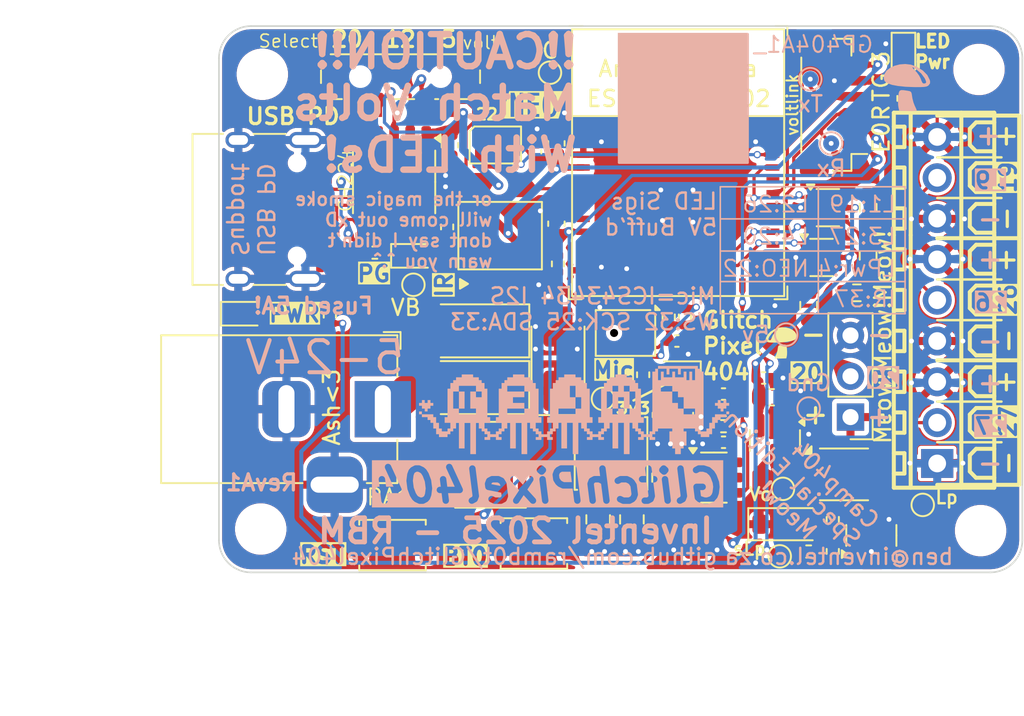
<source format=kicad_pcb>
(kicad_pcb (version 20241229) (generator "pcbnew") (generator_version "9.0")
  (layers (0 "F.Cu" signal) (2 "B.Cu" signal) (13 "F.Paste" user) (15 "B.Paste" user) (5 "F.SilkS" user "F.Silkscreen") (7 "B.SilkS" user "B.Silkscreen") (1 "F.Mask" user) (3 "B.Mask" user) (25 "Edge.Cuts" user))
  (property "PCB_Revision" "A1")
  (net 0 "")
  (net 1 "GND")
  (net 2 "/EN")
  (net 3 "+3.3V")
  (net 4 "/RXD")
  (net 5 "/IO0")
  (net 6 "/TXD")
  (net 7 "S4")
  (net 8 "S1")
  (net 9 "S3")
  (net 10 "S2")
  (net 11 "/CFG3")
  (net 12 "/CFG2")
  (net 13 "L1")
  (net 14 "L2")
  (net 15 "LED_PWR")
  (net 16 "L4")
  (net 17 "L3")
  (net 18 "+5V")
  (net 19 "VCC")
  (net 20 "SLPwr")
  (net 21 "/VDC")
  (net 22 "VBUS")
  (net 23 "MIC_SDA")
  (net 24 "MIC_WS")
  (net 25 "MIC_SCK")
  (net 27 "Net-(D6-A)")
  (net 30 "Net-(U6-1Y)")
  (net 31 "Net-(U7-1Y)")
  (net 32 "Net-(U6-2Y)")
  (net 33 "Net-(U7-2Y)")
  (net 42 "IR_Rec")
  (net 44 "/sw")
  (net 45 "/bst")
  (net 46 "/fb")
  (net 47 "/Vcmb")
  (net 48 "/lvddpwr")
  (net 49 "/Vg")
  (net 50 "/llpwr")
  (net 51 "/CC1")
  (net 52 "/D+")
  (net 53 "/CC2")
  (net 54 "/D-")
  (net 55 "/Vc")
  (net 56 "/Vb")
  (net 57 "/chVbus")
  (net 58 "/CFG1")
  (net 59 "/PG")
  (net 60 "Net-(D8-A)")
  (net 65 "NEO_OB")
  (footprint "Capacitor_SMD:C_0402_1005Metric" (layer "F.Cu") (at 131.4 88.9)
    (property "Reference" "C8" (hide yes))
    (property "Value" "47pF")
  )
  (footprint "LED_SMD:LED_0603_1608Metric" (layer "F.Cu") (at 112.2 80.3)
    (property "Reference" "D4" (hide yes))
    (property "Value" "Red")
  )
  (footprint "TestPoint:TestPoint_Pad_D1.0mm" (layer "F.Cu") (at 134.9 99)
    (property "Reference" "TPr8" (hide yes))
    (property "Value" "SLPwr")
  )
  (footprint "Connector_BarrelJack:BarrelJack_Horizontal" (layer "F.Cu") (at 110.2 89.8425)
    (property "Reference" "J1" (hide yes))
    (property "Value" "Barrel_Jack_Switch")
  )
  (footprint "Capacitor_SMD:C_0805_2012Metric" (layer "F.Cu") (at 129.7 97.7 -90)
    (property "Reference" "C14" (hide yes))
    (property "Value" "22uF/25V")
  )
  (footprint "Resistor_SMD:R_0402_1005Metric" (layer "F.Cu") (at 126.4 87.7 90)
    (property "Reference" "R4" (hide yes))
    (property "Value" "10k" (hide yes))
  )
  (footprint "Capacitor_SMD:C_0402_1005Metric" (layer "F.Cu") (at 131.4 91.9 180)
    (property "Reference" "C7" (hide yes))
    (property "Value" "100nF")
  )
  (footprint "Package_TO_SOT_SMD:SOT-363_SC-70-6" (layer "F.Cu") (at 137.5 80.4)
    (property "Reference" "U7" (hide yes))
    (property "Value" "74LVC2G34")
  )
  (footprint "Capacitor_SMD:C_0603_1608Metric" (layer "F.Cu") (at 129 90.2 -90)
    (property "Reference" "C10" (hide yes))
    (property "Value" "22uF/6.3V")
  )
  (footprint "Fiducial:Fiducial_1mm_Mask2mm" (layer "F.Cu") (at 144.5 69.8)
    (property "Reference" "FID2" (hide yes))
    (property "Value" "Fiducial")
  )
  (footprint "TestPoint:TestPoint_Pad_D1.0mm" (layer "F.Cu") (at 123.9 89.2)
    (property "Reference" "TPr3" (hide yes))
    (property "Value" "3v3")
  )
  (footprint "Resistor_SMD:R_0402_1005Metric" (layer "F.Cu") (at 121.1 80.8 90)
    (property "Reference" "R1" (hide yes))
    (property "Value" "10k")
  )
  (footprint "Diode_SMD:D_SOD-123" (layer "F.Cu") (at 135.3 97)
    (property "Reference" "D7" (hide yes))
    (property "Value" "10V")
  )
  (footprint "Inventel:CONN-TH_9P-P2.54_MX128-2.54-09P-GN01-CU-Y-A" (layer "F.Cu") (at 144.7 83.06 90)
    (property "Reference" "J5" (hide yes))
    (property "Value" "Output" (hide yes))
  )
  (footprint "Capacitor_SMD:C_0805_2012Metric" (layer "F.Cu") (at 125.7 96.7 -90)
    (property "Reference" "C1" (hide yes))
    (property "Value" "22uF/25V")
  )
  (footprint "Capacitor_SMD:C_0402_1005Metric" (layer "F.Cu") (at 133.9 87.9)
    (property "Reference" "C16" (hide yes))
    (property "Value" "100nF")
  )
  (footprint "Package_SO:SSOP-10-1EP_3.9x4.9mm_P1mm_EP2.1x3.3mm" (layer "F.Cu") (at 110.9 75.7 -90)
    (property "Reference" "U1" (hide yes))
    (property "Value" "CH224K")
  )
  (footprint "kibuzzard-67E14B7B" (layer "F.Cu") (at 119.6 70.9)
    (property "Reference" "kibuzzard-67E14B7B" (hide yes))
    (property "Value" "G***" (hide yes))
  )
  (footprint "Package_TO_SOT_SMD:SOT-363_SC-70-6" (layer "F.Cu") (at 137.9 77.3)
    (property "Reference" "U6" (hide yes))
    (property "Value" "74LVC2G34")
  )
  (footprint "Button_Switch_SMD:SW_SP3T_PCM13" (layer "F.Cu") (at 111.3 69.475 180)
    (property "Reference" "SW3" (hide yes))
    (property "Value" "SW_SP3T")
  )
  (footprint "Button_Switch_SMD:SW_Push_SPST_NO_Alps_SKRK" (layer "F.Cu") (at 119.6 98.2 180)
    (property "Reference" "SW2" (hide yes))
    (property "Value" "Boot")
  )
  (footprint "Capacitor_SMD:C_0603_1608Metric" (layer "F.Cu") (at 134.4 89.1)
    (property "Reference" "C15" (hide yes))
    (property "Value" "22uF/6.3V")
  )
  (footprint "OptoDevice:Everlight_IRM-H6xxT" (layer "F.Cu") (at 117.497755 79.042589 90)
    (property "Reference" "U3" (hide yes))
    (property "Value" "IRM-H638T/TR2")
  )
  (footprint "Resistor_SMD:R_0402_1005Metric" (layer "F.Cu") (at 138.2 98.69204 90)
    (property "Reference" "R13" (hide yes))
    (property "Value" "10k")
  )
  (footprint "Inductor_SMD:L_Changjiang_FNR4018S" (layer "F.Cu") (at 124.4 92.6 90)
    (property "Reference" "L1" (hide yes))
    (property "Value" "10uH")
  )
  (footprint "Fuse:Fuse_2920_7451Metric" (layer "F.Cu") (at 116.9 93.3)
    (property "Reference" "F1" (hide yes))
    (property "Value" "Polyfuse 5A")
  )
  (footprint "Capacitor_SMD:C_0603_1608Metric" (layer "F.Cu") (at 114.371877 73.415685 -90)
    (property "Reference" "C6" (hide yes))
    (property "Value" "1uF")
  )
  (footprint "Diode_SMD:D_SMA" (layer "F.Cu") (at 121.1 86.7 90)
    (property "Reference" "D2" (hide yes))
    (property "Value" "SMAJ24A")
  )
  (footprint "Resistor_SMD:R_0402_1005Metric" (layer "F.Cu") (at 131.4 90.9 180)
    (property "Reference" "R6" (hide yes))
    (property "Value" "22K")
  )
  (footprint "Package_TO_SOT_SMD:SOT-23" (layer "F.Cu") (at 140.6 97.7 90)
    (property "Reference" "Q2" (hide yes))
    (property "Value" "MMBT3904")
  )
  (footprint "Button_Switch_SMD:SW_Push_SPST_NO_Alps_SKRK" (layer "F.Cu") (at 110.8 98.3)
    (property "Reference" "SW1" (hide yes))
    (property "Value" "Reset")
  )
  (footprint "Diode_SMD:D_SMA" (layer "F.Cu") (at 115.802403 84.96682 180)
    (property "Reference" "D3" (hide yes))
    (property "Value" "SS54")
  )
  (footprint "Package_DFN_QFN:DFN-8-1EP_3x3mm_P0.65mm_EP1.5x2.25mm" (layer "F.Cu") (at 138.9 93.9)
    (property "Reference" "Q1" (hide yes))
    (property "Value" "AONR21357-ES")
  )
  (footprint "Fiducial:Fiducial_1mm_Mask2mm" (layer "F.Cu") (at 143.7 98.7)
    (property "Reference" "FID3" (hide yes))
    (property "Value" "Fiducial")
  )
  (footprint "TestPoint:TestPoint_Pad_D1.0mm" (layer "F.Cu") (at 120.6 68.9)
    (property "Reference" "TPr4" (hide yes))
    (property "Value" "Gnd")
  )
  (footprint "Capacitor_SMD:C_0603_1608Metric" (layer "F.Cu") (at 121 78.3 90)
    (property "Reference" "C5" (hide yes))
    (property "Value" "1uF")
  )
  (footprint "Resistor_SMD:R_0603_1608Metric" (layer "F.Cu") (at 140.4 77.3 90)
    (property "Reference" "R14" (hide yes))
    (property "Value" "100R")
  )
  (footprint "Resistor_SMD:R_0402_1005Metric" (layer "F.Cu") (at 142.6 70.5 90)
    (property "Reference" "R9" (hide yes))
    (property "Value" "10k")
  )
  (footprint "PCM_Espressif:ESP32-PICO-MINI-02" (layer "F.Cu") (at 128.575 77.2)
    (property "Reference" "U2" (hide yes))
    (property "Value" "ESP32-PICO-MINI-02U-N8R2")
  )
  (footprint "Capacitor_SMD:C_0805_2012Metric" (layer "F.Cu") (at 127.7 94.1 90)
    (property "Reference" "C11" (hide yes))
    (property "Value" "22uF/25V")
  )
  (footprint "Package_TO_SOT_SMD:SOT-23-6" (layer "F.Cu") (at 130.8 94.1)
    (property "Reference" "U4" (hide yes))
    (property "Value" "TPS54202DDC")
  )
  (footprint "Capacitor_SMD:C_0402_1005Metric" (layer "F.Cu") (at 128.5 85.6 180)
    (property "Reference" "C12" (hide yes))
    (property "Value" "100nF")
  )
  (footprint "LED_SMD:LED_0603_1608Metric" (layer "F.Cu") (at 142.6 67.9 -90)
    (property "Reference" "D9" (hide yes))
    (property "Value" "Red")
  )
  (footprint "MountingHole:MountingHole_2.7mm_M2.5_DIN965" (layer "F.Cu") (at 147.4 97.4)
    (property "Reference" "H4" (hide yes))
    (property "Value" "M2.5")
  )
  (footprint "Connector_JST:JST_SH_BM06B-SRSS-TB_1x06-1MP_P1.00mm_Vertical" (layer "F.Cu") (at 138.25 70.9 90)
    (property "Reference" "J3" (hide yes))
    (property "Value" "VOLTLINK")
  )
  (footprint "Resistor_SMD:R_0603_1608Metric" (layer "F.Cu") (at 139.7 82.6 180)
    (property "Reference" "R15" (hide yes))
    (property "Value" "100R")
  )
  (footprint "Capacitor_SMD:C_0805_2012Metric" (layer "F.Cu") (at 123.6 96.7 -90)
    (property "Reference" "C2" (hide yes))
    (property "Value" "22uF/25V")
  )
  (footprint "Capacitor_SMD:C_0603_1608Metric" (layer "F.Cu") (at 121 73.3 90)
    (property "Reference" "C3" (hide yes))
    (property "Value" "22uF/6.3V")
  )
  (footprint "Inventel:Shroom_FSilk_2mm" (layer "F.Cu") (at 135 85.7)
    (property "Reference" "G***")
    (property "Value" "Shroom2mm" (hide yes))
  )
  (footprint "Fiducial:Fiducial_1mm_Mask2mm" (layer "F.Cu") (at 118.6 67.4)
    (property "Reference" "FID1" (hide yes))
    (property "Value" "Fiducial")
  )
  (footprint "TestPoint:TestPoint_Pad_D1.0mm" (layer "F.Cu") (at 143.8 95.8)
    (property "Reference" "TPr5" (hide yes))
    (property "Value" "LPWR")
  )
  (footprint "Resistor_SMD:R_0402_1005Metric" (layer "F.Cu") (at 109.7 80.1)
    (property "Reference" "R2" (hide yes))
    (property "Value" "10k")
  )
  (footprint "Diode_SMD:D_SMA" (layer "F.Cu") (at 115.8 88.5 180)
    (property "Reference" "D1" (hide yes))
    (property "Value" "SS54")
  )
  (footprint "Resistor_SMD:R_0402_1005Metric" (layer "F.Cu") (at 106.9 83.99 90)
    (property "Reference" "R7" (hide yes))
    (property "Value" "10k")
  )
  (footprint "MountingHole:MountingHole_2.7mm_M2.5_DIN965" (layer "F.Cu") (at 102.7 69)
    (property "Reference" "H1" (hide yes))
    (property "Value" "M2.5")
  )
  (footprint "LED_SMD:LED_0603_1608Metric" (layer "F.Cu") (at 101.6 83.9)
    (property "Reference" "D8" (hide yes))
    (property "Value" "Red")
  )
  (footprint "Package_TO_SOT_SMD:SOT-23" (layer "F.Cu") (at 134.6 91.8 -90)
    (property "Reference" "U5" (hide yes))
    (property "Value" "HE2021A50HMR")
  )
  (footprint "Resistor_SMD:R_0603_1608Metric" (layer "F.Cu") (at 140.4 80.3 90)
    (property "Reference" "R16" (hide yes))
    (property "Value" "100R")
  )
  (footprint "Resistor_SMD:R_0402_1005Metric" (layer "F.Cu") (at 127.99 84.1 90)
    (property "Reference" "R10" (hide yes))
    (property "Value" "10k")
  )
  (footprint "Sensor_Audio:InvenSense_ICS-43434-6_3.5x2.65mm" (layer "F.Cu") (at 125.3 85.1 -90)
    (property "Reference" "MK1" (hide yes))
    (property "Value" "ICS-43434")
  )
  (footprint "TestPoint:TestPoint_Pad_D1.0mm" (layer "F.Cu") (at 112.1 82.1)
    (property "Reference" "TPr2" (hide yes))
    (property "Value" "Vbus")
  )
  (footprint "Resistor_SMD:R_0402_1005Metric" (layer "F.Cu") (at 131.4 89.9)
    (property "Reference" "R5" (hide yes))
    (property "Value" "100K")
  )
  (footprint "Connector_USB:USB_C_Receptacle_HRO_TYPE-C-31-M-12" (layer "F.Cu") (at 102.255 77.41 -90)
    (property "Reference" "J2" (hide yes))
    (property "Value" "USB_C_Receptacle_USB2.0_16P")
  )
  (footprint "LED_SMD:LED_0603_1608Metric" (layer "F.Cu") (at 128.5 87.6 180)
    (property "Reference" "D6" (hide yes))
    (property "Value" "Red" (hide yes))
  )
  (footprint "TestPoint:TestPoint_Pad_D1.0mm" (layer "F.Cu") (at 135.1 94.8)
    (property "Reference" "TPr1" (hide yes))
    (property "Value" "Vcc")
  )
  (footprint "Capacitor_SMD:C_0402_1005Metric" (layer "F.Cu") (at 119.7 73.82 90)
    (property "Reference" "C4" (hide yes))
    (property "Value" "100nF")
  )
  (footprint "MountingHole:MountingHole_2.7mm_M2.5_DIN965" (layer "F.Cu") (at 102.6 97.3)
    (property "Reference" "H3" (hide yes))
    (property "Value" "M2.5")
  )
  (footprint "Resistor_SMD:R_0603_1608Metric" (layer "F.Cu") (at 136.7 83.4 90)
    (property "Reference" "R17" (hide yes))
    (property "Value" "100R")
  )
  (footprint "MountingHole:MountingHole_2.7mm_M2.5_DIN965" (layer "F.Cu") (at 147.3 68.7)
    (property "Reference" "H2" (hide yes))
    (property "Value" "M2.5")
  )
  (footprint "Connector_PinHeader_2.54mm:PinHeader_1x03_P2.54mm_Vertical" (layer "F.Cu") (at 139.303396 90.33359 180)
    (property "Reference" "J4" (hide yes))
    (property "Value" "Conn_01x03")
  )
  (footprint "Resistor_SMD:R_0402_1005Metric" (layer "F.Cu") (at 114.2 78.5 90)
    (property "Reference" "R3" (hide yes))
    (property "Value" "1k")
  )
  (footprint "LED_SMD:LED_WS2812B-2020_PLCC4_2.0x2.0mm" (layer "F.Cu") (at 117.2 73.4)
    (property "Reference" "D5" (hide yes))
    (property "Value" "WS2812B-2020")
  )
  (footprint "Resistor_SMD:R_0402_1005Metric" (layer "F.Cu") (at 136.7 98.7 180)
    (property "Reference" "R8" (hide yes))
    (property "Value" "100K")
  )
  (footprint "Resistor_SMD:R_0402_1005Metric" (layer "F.Cu") (at 129 84.1 90)
    (property "Reference" "R11" (hide yes))
    (property "Value" "10k")
  )
  (footprint "Resistor_SMD:R_0402_1005Metric" (layer "F.Cu") (at 138.2 96.7 90)
    (property "Reference" "R12" (hide yes))
    (property "Value" "1k")
  )
  (footprint "Capacitor_SMD:C_0603_1608Metric" (layer "F.Cu") (at 127.5 90.2 -90)
    (property "Reference" "C9" (hide yes))
    (property "Value" "22uF/6.3V")
  )
  (footprint "TestPoint:TestPoint_Pad_D1.0mm" (layer "B.Cu") (at 135.3 85.2 180)
    (property "Reference" "TPr6" (hide yes))
    (property "Value" "5v")
  )
  (footprint "TestPoint:TestPoint_Pad_D1.0mm" (layer "B.Cu") (at 136.8 69.3 180)
    (property "Reference" "TPr9" (hide yes))
    (property "Value" "Tx")
  )
  (footprint "Inventel:Shroom_FSilk_3mm" (layer "B.Cu") (at 142.8 69.8 180)
    (property "Reference" "G***")
    (property "Value" "Shroom3mm" (hide yes))
  )
  (footprint "TestPoint:TestPoint_Pad_D1.0mm" (layer "B.Cu") (at 136.7 89.8 180)
    (property "Reference" "TPr7" (hide yes))
    (property "Value" "Gnd")
  )
  (footprint "LOGO" (layer "B.Cu") (at 122.1 89.9 180)
    (property "Reference" "G***" (hide yes))
    (property "Value" "LOGO" (hide yes))
  )
  (footprint "TestPoint:TestPoint_Pad_D1.0mm" (layer "B.Cu") (at 138.1 73.3 180)
    (property "Reference" "TPr10" (hide yes))
    (property "Value" "Rx")
  )
  (gr_line (start 144.7 79.2) (end 149.8 79.2) (stroke (width 0.25)) (layer "F.SilkS"))
  (gr_line (start 144.7 76.7) (end 148.7 76.7) (stroke (width 0.153)) (layer "F.SilkS"))
  (gr_line (start 125.8 89.3) (end 127.7 88.335) (stroke (width 0.153)) (layer "F.SilkS"))
  (gr_line (start 144.7 84.3) (end 148.7 84.3) (stroke (width 0.153)) (layer "F.SilkS"))
  (gr_line (start 149.8 86.8) (end 149.8 94.55) (stroke (width 0.25)) (layer "F.SilkS"))
  (gr_line (start 144.7 86.8) (end 149.8 86.8) (stroke (width 0.25)) (layer "F.SilkS"))
  (gr_line (start 149.8 86.8) (end 149.8 79.2) (stroke (width 0.25)) (layer "F.SilkS"))
  (gr_line (start 144.7 74.17) (end 148.7 74.17) (stroke (width 0.153)) (layer "F.SilkS"))
  (gr_line (start 149.8 79.2) (end 149.8 71.57) (stroke (width 0.25)) (layer "F.SilkS"))
  (gr_line (start 144.7 81.77) (end 148.7 81.77) (stroke (width 0.153)) (layer "F.SilkS"))
  (gr_line (start 144.7 71.57) (end 149.8 71.57) (stroke (width 0.25)) (layer "F.SilkS"))
  (gr_line (start 144.7 94.55) (end 149.8 94.55) (stroke (width 0.25)) (layer "F.SilkS"))
  (gr_line (start 144.7 91.9) (end 148.7 91.9) (stroke (width 0.153)) (layer "F.SilkS"))
  (gr_line (start 144.7 89.37) (end 148.7 89.37) (stroke (width 0.153)) (layer "F.SilkS"))
  (gr_rect (start 124.9 66.5) (end 132.9 74.5) (stroke (width 0.155)) (fill yes) (layer "B.SilkS"))
  (gr_line (start 150 68) (end 150 98) (stroke (width 0.1)) (layer "Edge.Cuts"))
  (gr_line (start 102 66) (end 148 66) (stroke (width 0.1)) (layer "Edge.Cuts"))
  (gr_arc (start 150 98) (mid 149.414214 99.414214) (end 148 100) (stroke (width 0.1)) (layer "Edge.Cuts"))
  (gr_arc (start 148 66) (mid 149.414214 66.585786) (end 150 68) (stroke (width 0.1)) (layer "Edge.Cuts"))
  (gr_arc (start 102 100) (mid 100.585786 99.414214) (end 100 98) (stroke (width 0.1)) (layer "Edge.Cuts"))
  (gr_line (start 100 98) (end 100 68) (stroke (width 0.1)) (layer "Edge.Cuts"))
  (gr_arc (start 100 68) (mid 100.585786 66.585786) (end 102 66) (stroke (width 0.1)) (layer "Edge.Cuts"))
  (gr_line (start 148 100) (end 102 100) (stroke (width 0.1)) (layer "Edge.Cuts"))
  (gr_text "Glitch\nPixel\n404" (at 130 88.1 0) (layer "F.SilkS") (effects (font (size 1 1) (thickness 0.2) (bold yes)) (justify left bottom)))
  (gr_text "ESP32-PICO02" (at 122.8 71.1 0) (layer "F.SilkS") (effects (font (size 1 1) (thickness 0.153)) (justify left bottom)))
  (gr_text "VB" (at 110.6 84.1 0) (layer "F.SilkS") (effects (font (size 1 1)) (justify left bottom)))
  (gr_text "USB PD" (at 101.6 72.2 0) (layer "F.SilkS") (effects (font (size 1 1) (thickness 0.2) (bold yes)) (justify left bottom)))
  (gr_text "+" (at 148.1 81.2 0) (layer "F.SilkS") (effects (font (size 1.25 1.25) (thickness 0.2) (bold yes)) (justify left bottom)))
  (gr_text "20\n" (at 106.9 67.4 0) (layer "F.SilkS") (effects (font (size 1 1) (thickness 0.2) (bold yes)) (justify left bottom)))
  (gr_text "-" (at 137.9 84.6 180) (layer "F.SilkS") (effects (font (size 1.25 1.25) (thickness 0.2) (bold yes)) (justify left bottom)))
  (gr_text "E" (at 141.8 74 90) (layer "F.SilkS") (effects (font (size 1 1) (thickness 0.153)) (justify left bottom)))
  (gr_text "Lp" (at 144.5 95.8 0) (layer "F.SilkS") (effects (font (size 0.8 0.8) (thickness 0.153)) (justify left bottom)))
  (gr_text "T" (at 141.8 70.8 90) (layer "F.SilkS") (effects (font (size 1 1) (thickness 0.153)) (justify left bottom)))
  (gr_text "LED\nPwr" (at 143.2 68.7 0) (layer "F.SilkS") (effects (font (size 0.8 0.8) (thickness 0.2) (bold yes)) (justify left bottom)))
  (gr_text "volt" (at 115.1 67.5 0) (layer "F.SilkS") (effects (font (size 0.8 0.8) (thickness 0.1)) (justify left bottom)))
  (gr_text "12\n" (at 110.2 67.4 0) (layer "F.SilkS") (effects (font (size 1 1) (thickness 0.2) (bold yes)) (justify left bottom)))
  (gr_text "+" (at 148.1 88.8 0) (layer "F.SilkS") (effects (font (size 1.25 1.25) (thickness 0.2) (bold yes)) (justify left bottom)))
  (gr_text "Meow!Meow!Meow!" (at 141.9 92.1 90) (layer "F.SilkS") (effects (font (size 1 1) (thickness 0.153)) (justify left bottom)))
  (gr_text "sLp" (at 131.9 99 0) (layer "F.SilkS") (effects (font (size 0.8 0.8) (thickness 0.153)) (justify left bottom)))
  (gr_text "Vc" (at 132.9 95.6 0) (layer "F.SilkS") (effects (font (size 0.8 0.8) (thickness 0.153)) (justify left bottom)))
  (gr_text "3v3" (at 124.6 90.2 0) (layer "F.SilkS") (effects (font (size 0.7 0.8) (thickness 0.16) (bold yes)) (justify left bottom)))
  (gr_text "5" (at 113.7 67.4 0) (layer "F.SilkS") (effects (font (size 1 1) (thickness 0.2) (bold yes)) (justify left bottom)))
  (gr_text "Select:" (at 102.4 67.4 0) (layer "F.SilkS") (effects (font (size 0.8 0.8) (thickness 0.1)) (justify left bottom)))
  (gr_text "CH224" (at 108.34 77.65 90) (layer "F.SilkS") (effects (font (size 0.8 0.8) (thickness 0.1)) (justify left bottom)))
  (gr_text "R" (at 141.8 72 90) (layer "F.SilkS") (effects (font (size 1 1) (thickness 0.153)) (justify left bottom)))
  (gr_text "+" (at 148.1 73.5 0) (layer "F.SilkS") (effects (font (size 1.25 1.25) (thickness 0.2) (bold yes)) (justify left bottom)))
  (gr_text "22" (at 115.9 71.9 0) (layer "F.SilkS") (effects (font (size 0.7 0.7) (thickness 0.153)) (justify left bottom)))
  (gr_text "-" (at 149.8 94.1 90) (layer "F.SilkS") (effects (font (size 1.25 1.25) (thickness 0.2) (bold yes)) (justify left bottom)))
  (gr_text "0" (at 141.8 73 90) (layer "F.SilkS") (effects (font (size 1 1) (thickness 0.153)) (justify left bottom)))
  (gr_text "BT0" (at 113.8 99.6 0) (layer "F.SilkS" knockout) (effects (font (size 1 1) (thickness 0.25) (bold yes)) (justify left bottom)))
  (gr_text "3" (at 141.8 68.6 90) (layer "F.SilkS") (effects (font (size 1 1) (thickness 0.153)) (justify left bottom)))
  (gr_text "PG" (at 108.5 82 0) (layer "F.SilkS" knockout) (effects (font (size 1 1) (thickness 0.2) (bold yes)) (justify left bottom)))
  (gr_text "+" (at 136.224288 90.864875 0) (layer "F.SilkS") (effects (font (size 1.25 1.25) (thickness 0.2) (bold yes)) (justify left bottom)))
  (gr_text "20" (at 135.5 88.2 0) (layer "F.SilkS" knockout) (effects (font (size 1 1) (thickness 0.2) (bold yes)) (justify left bottom)))
  (gr_text "-" (at 149.8 86.5 90) (layer "F.SilkS") (effects (font (size 1.25 1.25) (thickness 0.2) (bold yes)) (justify left bottom)))
  (gr_text "19" (at 149.7 76.5 90) (layer "F.SilkS" knockout) (effects (font (size 1 1) (thickness 0.2) (bold yes)) (justify left bottom)))
  (gr_text "-" (at 149.7 78.9 90) (layer "F.SilkS") (effects (font (size 1.25 1.25) (thickness 0.2) (bold yes)) (justify left bottom)))
  (gr_text "IR" (at 114.6 83 90) (layer "F.SilkS" knockout) (effects (font (size 1 1) (thickness 0.2) (bold yes)) (justify left bottom)))
  (gr_text "voltlink" (at 136.1 72.9 90) (layer "F.SilkS") (effects (font (size 0.7 0.7) (thickness 0.125)) (justify left bottom)))
  (gr_text "27" (at 149.7 91.7 90) (layer "F.SilkS" knockout) (effects (font (size 1 1) (thickness 0.2) (bold yes)) (justify left bottom)))
  (gr_text "PWR" (at 103 84.5 0) (layer "F.SilkS" knockout) (effects (font (size 1 1) (thickness 0.2) (bold yes)) (justify left bottom)))
  (gr_text "26" (at 149.7 84.1 90) (layer "F.SilkS" knockout) (effects (font (size 1 1) (thickness 0.2) (bold yes)) (justify left bottom)))
  (gr_text "Mic" (at 123.2 88 0) (layer "F.SilkS" knockout) (effects (font (size 1 1) (thickness 0.2) (bold yes)) (justify left bottom)))
  (gr_text "G" (at 141.8 70 90) (layer "F.SilkS") (effects (font (size 1 1) (thickness 0.153)) (justify left bottom)))
  (gr_text "Ash<3" (at 107.6 92.2 90) (layer "F.SilkS") (effects (font (size 1 1) (thickness 0.153)) (justify left bottom)))
  (gr_text "RST" (at 104.9 99.5 0) (layer "F.SilkS" knockout) (effects (font (size 1 1) (thickness 0.25) (bold yes)) (justify left bottom)))
  (gr_text "G" (at 120 68.1 0) (layer "F.SilkS") (effects (font (size 1 1)) (justify left bottom)))
  (gr_text "RA1" (at 109.1 95.9 0) (layer "F.SilkS") (effects (font (size 1 1) (thickness 0.125)) (justify left bottom)))
  (gr_text "Camp404\nSpecial Edition\n   Meow!" (at 138.2 99.8 315) (layer "B.SilkS") (effects (font (size 1 1) (thickness 0.153)) (justify left bottom mirror)))
  (gr_text "Fused 5A!" (at 109.7 84 0) (layer "B.SilkS") (effects (font (size 1 1) (thickness 0.2) (bold yes)) (justify left bottom mirror)))
  (gr_text "+" (at 148.9 81.2 0) (layer "B.SilkS") (effects (font (size 1.25 1.25) (thickness 0.2) (bold yes)) (justify left bottom mirror)))
  (gr_text "-" (at 148.9 93.9 0) (layer "B.SilkS") (effects (font (size 1.25 1.25) (thickness 0.2) (bold yes)) (justify left bottom mirror)))
  (gr_text "Mic=ICS43434 I2S\nWS:32 SCK:25 SDA:33" (at 131 85 0) (layer "B.SilkS") (effects (font (size 1 1) (thickness 0.153)) (justify left bottom mirror)))
  (gr_text "-" (at 142 85.9 0) (layer "B.SilkS") (effects (font (size 1.25 1.25) (thickness 0.2) (bold yes)) (justify left bottom mirror)))
  (gr_text "!!CAUTION!!\nMatch Volts\nWith LEDs!" (at 122.5 75.2 0) (layer "B.SilkS") (effects (font (size 2 2) (thickness 0.4) (bold yes)) (justify left bottom mirror)))
  (gr_text "github.com/ramb0t/GlitchPixel404" (at 131.1 99.6 0) (layer "B.SilkS") (effects (font (size 1 1) (thickness 0.153)) (justify left bottom mirror)))
  (gr_text "+" (at 148.9 88.9 0) (layer "B.SilkS") (effects (font (size 1.25 1.25) (thickness 0.2) (bold yes)) (justify left bottom mirror)))
  (gr_text "-" (at 148.9 78.7 0) (layer "B.SilkS") (effects (font (size 1.25 1.25) (thickness 0.2) (bold yes)) (justify left bottom mirror)))
  (gr_text "20" (at 142.4 88.5 0) (layer "B.SilkS" knockout) (effects (font (size 1 1) (thickness 0.2) (bold yes)) (justify left bottom mirror)))
  (gr_text "ben@inventel.co.za" (at 145.8 99.6 0) (layer "B.SilkS") (effects (font (size 1 1) (thickness 0.153)) (justify left bottom mirror)))
  (gr_text "19" (at 149.1 76.2 0) (layer "B.SilkS" knockout) (effects (font (size 1 1) (thickness 0.2) (bold yes)) (justify left bottom mirror)))
  (gr_text "+" (at 142 91 0) (layer "B.SilkS") (effects (font (size 1.25 1.25) (thickness 0.2) (bold yes)) (justify left bottom mirror)))
  (gr_text "or the magic smoke\nwill come out xD\ndont say I didn't\nwarn you ^.^" (at 117.1 81.1 0) (layer "B.SilkS") (effects (font (size 0.8 0.8) (thickness 0.153)) (justify left bottom mirror)))
  (gr_text "RevA1" (at 105 95 0) (layer "B.SilkS") (effects (font (size 1 1) (thickness 0.2) (bold yes)) (justify left bottom mirror)))
  (gr_text "26" (at 149.1 83.8 0) (layer "B.SilkS" knockout) (effects (font (size 1 1) (thickness 0.2) (bold yes)) (justify left bottom mirror)))
  (gr_text "+" (at 148.8 73.5 0) (layer "B.SilkS") (effects (font (size 1.25 1.25) (thickness 0.2) (bold yes)) (justify left bottom mirror)))
  (gr_text "GP404A1_" (at 140.8 67.733611 0) (layer "B.SilkS") (effects (font (size 1 1) (thickness 0.125)) (justify left bottom mirror)))
  (gr_text "Inventel 2025 - RBM" (at 130.9 98.3 0) (layer "B.SilkS") (effects (font (size 1.5 1.5) (thickness 0.3) (bold yes)) (justify left bottom mirror)))
  (gr_text "GlitchPixel404" (at 131.7 95.8 0) (layer "B.SilkS" knockout) (effects (font (size 2 2) (thickness 0.4) (bold yes) (italic yes)) (justify left bottom mirror)))
  (gr_text "27" (at 149.1 91.5 0) (layer "B.SilkS" knockout) (effects (font (size 1 1) (thickness 0.2) (bold yes)) (justify left bottom mirror)))
  (gr_text "5-24V" (at 111.7 87.8 0) (layer "B.SilkS") (effects (font (size 2 2) (thickness 0.25)) (justify left bottom mirror)))
  (gr_text "-" (at 148.9 86.3 0) (layer "B.SilkS") (effects (font (size 1.25 1.25) (thickness 0.2) (bold yes)) (justify left bottom mirror)))
  (gr_text "LED Sigs\n5V Buff'd " (at 131.1 79.1 0) (layer "B.SilkS") (effects (font (size 1 1) (thickness 0.153)) (justify left bottom mirror)))
  (gr_text "USB PD\nSupport" (at 100.7 80.4 270) (layer "B.SilkS") (effects (font (size 1 1) (thickness 0.153)) (justify left bottom mirror)))
  (table (column_count 2) (layer "B.SilkS") (border (external yes) (header yes) (stroke (width 0.1))) (separators (rows yes) (cols yes) (stroke (width 0.1))) (column_widths 6.1 5.4) (row_heights 2 2 1.9 2) (cells (table_cell "L2:26" (start 131.2 76) (end 137.3 78) (margins 0.5 0.5 0.5 0.5) (span 1 1) (layer "B.SilkS") (effects (font (size 1 1)) (justify left top mirror))) (table_cell "L1:19" (start 137.3 76) (end 142.7 78) (margins 0.5 0.5 0.5 0.5) (span 1 1) (layer "B.SilkS") (effects (font (size 1 1)) (justify left top mirror))) (table_cell "L4:20" (start 131.2 78) (end 137.3 80) (margins 0.5 0.5 0.5 0.5) (span 1 1) (layer "B.SilkS") (effects (font (size 1 1)) (justify left top mirror))) (table_cell "L3:27" (start 137.3 78) (end 142.7 80) (margins 0.5 0.5 0.5 0.5) (span 1 1) (layer "B.SilkS") (effects (font (size 1 1)) (justify left top mirror))) (table_cell "NEO:22" (start 131.2 80) (end 137.3 81.9) (margins 0.5 0.5 0.5 0.5) (span 1 1) (layer "B.SilkS") (effects (font (size 1 1)) (justify left top mirror))) (table_cell "LPwr:4" (start 137.3 80) (end 142.7 81.9) (margins 0.5 0.5 0.5 0.5) (span 1 1) (layer "B.SilkS") (effects (font (size 1 1)) (justify left top mirror))) (table_cell "" (start 131.2 81.9) (end 137.3 83.9) (margins 0.5 0.5 0.5 0.5) (span 1 1) (layer "B.SilkS") (effects (font (size 1.27 1.27)) (justify left top mirror))) (table_cell "IR:37" (start 137.3 81.9) (end 142.7 83.9) (margins 0.5 0.5 0.5 0.5) (span 1 1) (layer "B.SilkS") (effects (font (size 1 1)) (justify left top mirror)))))
  (segment (start 123.985 85.350599) (end 123.985 84.849401) (width 0.2) (layer "F.Cu") (net 1))
  (segment (start 124.8375 85.7625) (end 125.5 85.1) (width 0.2) (layer "F.Cu") (net 1))
  (segment (start 125.5 85.1) (end 125.8 85.1) (width 0.2) (layer "F.Cu") (net 1))
  (segment (start 119.8 72.4) (end 119.8 73.24) (width 0.4) (layer "F.Cu") (net 1))
  (segment (start 121 77.525) (end 120.025 77.525) (width 0.25) (layer "F.Cu") (net 1))
  (segment (start 119.925 72.525) (end 119.8 72.4) (width 0.4) (layer "F.Cu") (net 1))
  (segment (start 120.025 77.525) (end 120 77.5) (width 0.25) (layer "F.Cu") (net 1))
  (segment (start 143 93.2) (end 144.68 93.2) (width 0.5) (layer "F.Cu") (net 1))
  (segment (start 146.3 93.2) (end 144.72 93.2) (width 0.5) (layer "F.Cu") (net 1))
  (segment (start 124.59 84.31) (end 124.59 83.89) (width 0.2) (layer "F.Cu") (net 1))
  (segment (start 124.434401 84.4) (end 124.5 84.4) (width 0.2) (layer "F.Cu") (net 1))
  (segment (start 124.5 84.4) (end 124.59 84.31) (width 0.2) (layer "F.Cu") (net 1))
  (segment (start 122.35 72.525) (end 122.625 72.25) (width 0.4) (layer "F.Cu") (net 1))
  (segment (start 123.985 84.849401) (end 124.434401 84.4) (width 0.2) (layer "F.Cu") (net 1))
  (segment (start 121 72.525) (end 122.35 72.525) (width 0.4) (layer "F.Cu") (net 1))
  (segment (start 124.59 83.89) (end 124.5 83.8) (width 0.2) (layer "F.Cu") (net 1))
  (segment (start 119.8 73.24) (end 119.7 73.34) (width 0.4) (layer "F.Cu") (net 1))
  (segment (start 146.3 85.6) (end 144.7 85.6) (width 0.5) (layer "F.Cu") (net 1))
  (segment (start 124.396901 85.7625) (end 123.985 85.350599) (width 0.2) (layer "F.Cu") (net 1))
  (segment (start 146.4 78) (end 144.72 78) (width 0.5) (layer "F.Cu") (net 1))
  (segment (start 143.1 78) (end 144.68 78) (width 0.5) (layer "F.Cu") (net 1))
  (segment (start 143.1 85.6) (end 144.7 85.6) (width 0.5) (layer "F.Cu") (net 1))
  (segment (start 121 72.525) (end 119.925 72.525) (width 0.4) (layer "F.Cu") (net 1))
  (via (at 128.1 92) (size 0.45) (drill 0.3) (layers "F.Cu" "B.Cu") (net 1))
  (via (at 129.5 78.2) (size 0.6) (drill 0.3) (layers "F.Cu" "B.Cu") (net 1))
  (via (at 141.7 96.7) (size 0.6) (drill 0.3) (layers "F.Cu" "B.Cu") (net 1))
  (via (at 130 90.3) (size 0.6) (drill 0.3) (layers "F.Cu" "B.Cu") (net 1))
  (via (at 119.9 82.1) (size 0.6) (drill 0.3) (layers "F.Cu" "B.Cu") (net 1))
  (via (at 114.1 75.3) (size 0.6) (drill 0.3) (layers "F.Cu" "B.Cu") (net 1))
  (via (at 125.3 98.7) (size 0.6) (drill 0.3) (layers "F.Cu" "B.Cu") (net 1))
  (via (at 136.2 77.3) (size 0.45) (drill 0.3) (layers "F.Cu" "B.Cu") (net 1))
  (via (at 135.1 87.9) (size 0.6) (drill 0.3) (layers "F.Cu" "B.Cu") (net 1))
  (via (at 136.7 91.4) (size 0.6) (drill 0.3) (layers "F.Cu" "B.Cu") (net 1))
  (via (at 121.5 71.4) (size 0.6) (drill 0.3) (layers "F.Cu" "B.Cu") (net 1))
  (via (at 120 77.5) (size 0.45) (drill 0.3) (layers "F.Cu" "B.Cu") (net 1))
  (via (at 127.6 78.1) (size 0.6) (drill 0.3) (layers "F.Cu" "B.Cu") (net 1))
  (via (at 135.9 80.4) (size 0.45) (drill 0.3) (layers "F.Cu" "B.Cu") (net 1))
  (via (at 125.375 81.1) (size 0.6) (drill 0.3) (layers "F.Cu" "B.Cu") (net 1))
  (via (at 133.4 73.2) (size 0.6) (drill 0.3) (layers "F.Cu" "B.Cu") (net 1))
  (via (at 114.1 76) (size 0.6) (drill 0.3) (layers "F.Cu" "B.Cu") (net 1))
  (via (at 143.1 78) (size 0.6) (drill 0.3) (layers "F.Cu" "B.Cu") (net 1))
  (via (at 120.5 82.8) (size 0.6) (drill 0.3) (layers "F.Cu" "B.Cu") (net 1))
  (via (at 123.2 98.7) (size 0.6) (drill 0.3) (layers "F.Cu" "B.Cu") (net 1))
  (via (at 128.8 92) (size 0.45) (drill 0.3) (layers "F.Cu" "B.Cu") (net 1))
  (via (at 123.8 81) (size 0.6) (drill 0.3) (layers "F.Cu" "B.Cu") (net 1))
  (via (at 143.1 85.6) (size 0.6) (drill 0.3) (layers "F.Cu" "B.Cu") (net 1))
  (via (at 136.2 88.7) (size 0.6) (drill 0.3) (layers "F.Cu" "B.Cu") (net 1))
  (via (at 146.3 85.6) (size 0.6) (drill 0.3) (layers "F.Cu" "B.Cu") (net 1))
  (via (at 128.3 98.6) (size 0.6) (drill 0.3) (layers "F.Cu" "B.Cu") (net 1))
  (via (at 124 98.7) (size 0.6) (drill 0.3) (layers "F.Cu" "B.Cu") (net 1))
  (via (at 133.4 99.4) (size 0.6) (drill 0.3) (layers "F.Cu" "B.Cu") (net 1))
  (via (at 141.5 67.1) (size 0.6) (drill 0.3) (layers "F.Cu" "B.Cu") (net 1))
  (via (at 138.3 69.4) (size 0.45) (drill 0.3) (layers "F.Cu" "B.Cu") (net 1))
  (via (at 126.1 98.7) (size 0.6) (drill 0.3) (layers "F.Cu" "B.Cu") (net 1))
  (via (at 130.1 92) (size 0.45) (drill 0.3) (layers "F.Cu" "B.Cu") (net 1))
  (via (at 129.5 91.9) (size 0.45) (drill 0.3) (layers "F.Cu" "B.Cu") (net 1))
  (via (at 129.5 76.2) (size 0.6) (drill 0.3) (layers "F.Cu" "B.Cu") (net 1))
  (via (at 143 93.2) (size 0.6) (drill 0.3) (layers "F.Cu" "B.Cu") (net 1))
  (via (at 119.7 86.1) (size 0.6) (drill 0.3) (layers "F.Cu" "B.Cu") (net 1))
  (via (at 119.8 72.4) (size 0.6) (drill 0.3) (layers "F.Cu" "B.Cu") (net 1))
  (via (at 127.5 76.2) (size 0.6) (drill 0.3) (layers "F.Cu" "B.Cu") (net 1))
  (via (at 140.6 98.7) (size 0.6) (drill 0.3) (layers "F.Cu" "B.Cu") (net 1))
  (via (at 119.7 84.7) (size 0.6) (drill 0.3) (layers "F.Cu" "B.Cu") (net 1))
  (via (at 146.4 78) (size 0.6) (drill 0.3) (layers "F.Cu" "B.Cu") (net 1))
  (via (at 129.203 86.417638) (size 0.6) (drill 0.3) (layers "F.Cu" "B.Cu") (net 1))
  (via (at 123.7 83.5) (size 0.6) (drill 0.3) (layers "F.Cu" "B.Cu") (net 1))
  (via (at 134.6 83.4) (size 0.6) (drill 0.3) (layers "F.Cu" "B.Cu") (net 1))
  (via (at 130 91) (size 0.45) (drill 0.3) (layers "F.Cu" "B.Cu") (net 1))
  (via (at 127.3 92) (size 0.45) (drill 0.3) (layers "F.Cu" "B.Cu") (net 1))
  (via (at 123.8 73.2) (size 0.6) (drill 0.3) (layers "F.Cu" "B.Cu") (net 1))
  (via (at 131 98.6) (size 0.6) (drill 0.3) (layers "F.Cu" "B.Cu") (net 1))
  (via (at 146.3 93.2) (size 0.6) (drill 0.3) (layers "F.Cu" "B.Cu") (net 1))
  (via (at 122.3 86.1) (size 0.6) (drill 0.3) (layers "F.Cu" "B.Cu") (net 1))
  (segment (start 139.775 73.6) (end 139.975 73.4) (width 0.2) (layer "F.Cu") (net 2))
  (segment (start 140.1 73.4) (end 141 74.3) (width 0.2) (layer "F.Cu") (net 2))
  (segment (start 122.675 78.8) (end 121.775 78.8) (width 0.2) (layer "F.Cu") (net 2))
  (segment (start 139.975 73.4) (end 140.1 73.4) (width 0.2) (layer "F.Cu") (net 2))
  (segment (start 112.9 98.3) (end 114.8 96.4) (width 0.2) (layer "F.Cu") (net 2))
  (segment (start 121 79.075) (end 121 80.19) (width 0.2) (layer "F.Cu") (net 2))
  (segment (start 121.775 78.8) (end 121.275 78.8) (width 0.2) (layer "F.Cu") (net 2))
  (segment (start 114.8 96.4) (end 116.5 96.4) (width 0.2) (layer "F.Cu") (net 2))
  (via (at 141 74.3) (size 0.6) (drill 0.3) (layers "F.Cu" "B.Cu") (net 2))
  (via (at 121.775 78.8) (size 0.6) (drill 0.3) (layers "F.Cu" "B.Cu") (net 2))
  (via (at 116.5 96.4) (size 0.6) (drill 0.3) (layers "F.Cu" "B.Cu") (net 2))
  (segment (start 120.6 92.3) (end 116.5 96.4) (width 0.2) (layer "B.Cu") (net 2))
  (segment (start 121.8 79.2) (end 125.7 75.3) (width 0.2) (layer "B.Cu") (net 2))
  (segment (start 121.8 78.825) (end 121.775 78.8) (width 0.2) (layer "B.Cu") (net 2))
  (segment (start 121.8 79.2) (end 121.8 78.825) (width 0.2) (layer "B.Cu") (net 2))
  (segment (start 140 75.3) (end 141 74.3) (width 0.2) (layer "B.Cu") (net 2))
  (segment (start 121.8 84.2) (end 120.6 85.4) (width 0.2) (layer "B.Cu") (net 2))
  (segment (start 120.6 85.4) (end 120.6 92.3) (width 0.2) (layer "B.Cu") (net 2))
  (segment (start 121.8 79.2) (end 121.8 84.2) (width 0.2) (layer "B.Cu") (net 2))
  (segment (start 125.7 75.3) (end 140 75.3) (width 0.2) (layer "B.Cu") (net 2))
  (segment (start 129 89.425) (end 127.5 89.425) (width 0.2) (layer "F.Cu") (net 3))
  (segment (start 119.7 74.3) (end 120.775 74.3) (width 0.4) (layer "F.Cu") (net 3))
  (segment (start 121 74.9) (end 121 74.075) (width 0.5) (layer "F.Cu") (net 3))
  (segment (start 115.2 71.825) (end 115.2 71.4) (width 0.5) (layer "F.Cu") (net 3))
  (segment (start 128.5 86.08) (end 128.5 88.925) (width 0.2) (layer "F.Cu") (net 3))
  (segment (start 140.349999 68.4) (end 141 68.4) (width 0.25) (layer "F.Cu") (net 3))
  (segment (start 118.25 72.85) (end 119.7 74.3) (width 0.2) (layer "F.Cu") (net 3))
  (segment (start 116.227753 75.892589) (end 116.7 75.420342) (width 0.5) (layer "F.Cu") (net 3))
  (segment (start 114.31 77.99) (end 116.227753 76.072247) (width 0.2) (layer "F.Cu") (net 3))
  (segment (start 130.92 88.92) (end 130.415 89.425) (width 0.2) (layer "F.Cu") (net 3))
  (segment (start 128.5 88.925) (end 129 89.425) (width 0.2) (layer "F.Cu") (net 3))
  (segment (start 123.2 84.1) (end 120.75 81.65) (width 0.5) (layer "F.Cu") (net 3))
  (segment (start 109.895 70.905) (end 110.7 70.1) (width 0.2) (layer "F.Cu") (net 3))
  (segment (start 116.7 75.420342) (end 116.920342 75.420342) (width 0.5) (layer "F.Cu") (net 3))
  (segment (start 121.09 81.31) (end 120.75 81.65) (width 0.2) (layer "F.Cu") (net 3))
  (segment (start 127.740001 85.6) (end 127.340001 86) (width 0.2) (layer "F.Cu") (net 3))
  (segment (start 122.675 74.8) (end 121.725 74.8) (width 0.4) (layer "F.Cu") (net 3))
  (segment (start 127.99 84.61) (end 127.99 85.57) (width 0.2) (layer "F.Cu") (net 3))
  (segment (start 116.227755 77.127755) (end 118 78.9) (width 0.5) (layer "F.Cu") (net 3))
  (segment (start 127.340001 86) (end 126.664 86) (width 0.2) (layer "F.Cu") (net 3))
  (segment (start 128.02 85.6) (end 127.740001 85.6) (width 0.2) (layer "F.Cu") (net 3))
  (segment (start 116.920342 75.420342) (end 117.4 75.9) (width 0.5) (layer "F.Cu") (net 3))
  (segment (start 116.227755 75.892589) (end 116.227755 77.127755) (width 0.5) (layer "F.Cu") (net 3))
  (segment (start 128.02 85.6) (end 128.5 86.08) (width 0.2) (layer "F.Cu") (net 3))
  (segment (start 114.4 72.625) (end 115.2 71.825) (width 0.5) (layer "F.Cu") (net 3))
  (segment (start 121.725 74.8) (end 121 74.075) (width 0.4) (layer "F.Cu") (net 3))
  (segment (start 114.3 72.625) (end 113.3375 72.625) (width 0.5) (layer "F.Cu") (net 3))
  (segment (start 129 89.425) (end 130.415 89.425) (width 0.2) (layer "F.Cu") (net 3))
  (segment (start 113.3375 72.625) (end 112.9 73.0625) (width 0.5) (layer "F.Cu") (net 3))
  (segment (start 128.9 84.51) (end 128.09 84.51) (width 0.2) (layer "F.Cu") (net 3))
  (segment (start 130.415 89.425) (end 130.89 89.9) (width 0.2) (layer "F.Cu") (net 3))
  (segment (start 139.575 68.4) (end 140.349999 68.4) (width 0.25) (layer "F.Cu") (net 3))
  (segment (start 120.75 81.65) (end 118 78.9) (width 0.5) (layer "F.Cu") (net 3))
  (segment (start 123.2 88.8) (end 123.2 84.1) (width 0.5) (layer "F.Cu") (net 3))
  (via (at 118 78.9) (size 0.6) (drill 0.3) (layers "F.Cu" "B.Cu") (net 3))
  (via (at 115.2 71.4) (size 0.6) (drill 0.3) (layers "F.Cu" "B.Cu") (net 3))
  (via (at 110.7 70.1) (size 0.6) (drill 0.3) (layers "F.Cu" "B.Cu") (net 3))
  (via (at 121 74.9) (size 0.6) (drill 0.3) (layers "F.Cu" "B.Cu") (net 3))
  (via (at 117.4 75.9) (size 0.6) (drill 0.3) (layers "F.Cu" "B.Cu") (net 3))
  (via (at 141 68.4) (size 0.6) (drill 0.3) (layers "F.Cu" "B.Cu") (net 3))
  (segment (start 110.7 70.1) (end 110.3 70.5) (width 0.2) (layer "B.Cu") (net 3))
  (segment (start 110.3 70.5) (end 110.3 72) (width 0.2) (layer "B.Cu") (net 3))
  (segment (start 120.35 75.55) (end 118 77.9) (width 0.5) (layer "B.Cu") (net 3))
  (segment (start 121.1 74.8) (end 134.8 74.8) (width 0.25) (layer "B.Cu") (net 3))
  (segment (start 110.9 72.6) (end 114 72.6) (width 0.2) (layer "B.Cu") (net 3))
  (segment (start 117.4 75.9) (end 115.2 73.7) (width 0.5) (layer "B.Cu") (net 3))
  (segment (start 114 72.6) (end 115.2 71.4) (width 0.2) (layer "B.Cu") (net 3))
  (segment (start 115.2 73.7) (end 115.2 71.4) (width 0.5) (layer "B.Cu") (net 3))
  (segment (start 134.8 74.8) (end 141 68.6) (width 0.25) (layer "B.Cu") (net 3))
  (segment (start 118 77.9) (end 118 78.9) (width 0.5) (layer "B.Cu") (net 3))
  (segment (start 120.35 75.55) (end 121.1 74.8) (width 0.25) (layer "B.Cu") (net 3))
  (segment (start 120.35 75.55) (end 121 74.9) (width 0.5) (layer "B.Cu") (net 3))
  (segment (start 141 68.6) (end 141 68.4) (width 0.25) (layer "B.Cu") (net 3))
  (segment (start 110.3 72) (end 110.9 72.6) (width 0.2) (layer "B.Cu") (net 3))
  (segment (start 135.774 74.18984) (end 138.46384 71.5) (width 0.2) (layer "F.Cu") (net 4))
  (segment (start 135.075 77.2) (end 135.298375 76.976625) (width 0.2) (layer "F.Cu") (net 4))
  (segment (start 138.46384 71.5) (end 139.475 71.5) (width 0.2) (layer "F.Cu") (net 4))
  (segment (start 135.298375 76.482795) (end 135.774 76.00717) (width 0.2) (layer "F.Cu") (net 4))
  (segment (start 135.774 76.00717) (end 135.774 74.18984) (width 0.2) (layer "F.Cu") (net 4))
  (segment (start 138.46384 71.5) (end 137.5 72.46384) (width 0.2) (layer "F.Cu") (net 4))
  (segment (start 134.475 77.2) (end 135.075 77.2) (width 0.2) (layer "F.Cu") (net 4))
  (segment (start 135.298375 76.976625) (end 135.298375 76.482795) (width 0.2) (layer "F.Cu") (net 4))
  (segment (start 137.5 72.7) (end 138.1 73.3) (width 0.2) (layer "F.Cu") (net 4))
  (segment (start 137.5 72.46384) (end 137.5 72.7) (width 0.2) (layer "F.Cu") (net 4))
  (via (at 138.1 73.3) (size 0.45) (drill 0.3) (layers "F.Cu" "B.Cu") (net 4))
  (segment (start 121.7 98.6) (end 122.5 99.4) (width 0.2) (layer "F.Cu") (net 5))
  (segment (start 139.775 72.6) (end 139.975 72.4) (width 0.2) (layer "F.Cu") (net 5))
  (segment (start 132.575 90.779585) (end 132.659 90.863585) (width 0.2) (layer "F.Cu") (net 5))
  (segment (start 127.9 97.8) (end 131.6 97.8) (width 0.2) (layer "F.Cu") (net 5))
  (segment (start 140.3 72.4) (end 140.9 73) (width 0.2) (layer "F.Cu") (net 5))
  (segment (start 126.3 99.4) (end 127.9 97.8) (width 0.2) (layer "F.Cu") (net 5))
  (segment (start 132.575 83.2) (end 132.575 90.779585) (width 0.2) (layer "F.Cu") (net 5))
  (segment (start 132.575 82.1) (end 132.575 83.2) (width 0.2) (layer "F.Cu") (net 5))
  (segment (start 139.975 72.4) (end 140.3 72.4) (width 0.2) (layer "F.Cu") (net 5))
  (segment (start 131.6 97.8) (end 132 98.2) (width 0.2) (layer "F.Cu") (net 5))
  (segment (start 122.5 99.4) (end 126.3 99.4) (width 0.2) (layer "F.Cu") (net 5))
  (via (at 132.575 83.2) (size 0.45) (drill 0.3) (layers "F.Cu" "B.Cu") (net 5))
  (via (at 132 98.2) (size 0.6) (drill 0.3) (layers "F.Cu" "B.Cu") (net 5))
  (via (at 140.9 73) (size 0.6) (drill 0.3) (layers "F.Cu" "B.Cu") (net 5))
  (via (at 132.659 90.863585) (size 0.45) (drill 0.3) (layers "F.Cu" "B.Cu") (net 5))
  (segment (start 141.7 74.5) (end 141.7 73.8) (width 0.2) (layer "B.Cu") (net 5))
  (segment (start 140.5 75.7) (end 141.7 74.5) (width 0.2) (layer "B.Cu") (net 5))
  (segment (start 132.575 76.125) (end 133 75.7) (width 0.2) (layer "B.Cu") (net 5))
  (segment (start 132.659 97.541) (end 132 98.2) (width 0.2) (layer "B.Cu") (net 5))
  (segment (start 133 75.7) (end 140.5 75.7) (width 0.2) (layer "B.Cu") (net 5))
  (segment (start 132.575 83.2) (end 132.575 76.125) (width 0.2) (layer "B.Cu") (net 5))
  (segment (start 132.659 90.863585) (end 132.659 97.541) (width 0.2) (layer "B.Cu") (net 5))
  (segment (start 141.7 73.8) (end 140.9 73) (width 0.2) (layer "B.Cu") (net 5))
  (segment (start 134.475 76.4) (end 134.815484 76.4) (width 0.2) (layer "F.Cu") (net 6))
  (segment (start 137.5 70.5) (end 136.8 69.8) (width 0.2) (layer "F.Cu") (net 6))
  (segment (start 134.815484 76.4) (end 135.374 75.841484) (width 0.2) (layer "F.Cu") (net 6))
  (segment (start 138.384315 70.5) (end 139.475 70.5) (width 0.2) (layer "F.Cu") (net 6))
  (segment (start 136.8 69.8) (end 136.8 69.3) (width 0.2) (layer "F.Cu") (net 6))
  (segment (start 135.374 73.510315) (end 138.384315 70.5) (width 0.2) (layer "F.Cu") (net 6))
  (segment (start 138.384315 70.5) (end 137.5 70.5) (width 0.2) (layer "F.Cu") (net 6))
  (segment (start 135.374 75.841484) (end 135.374 73.510315) (width 0.2) (layer "F.Cu") (net 6))
  (via (at 136.8 69.3) (size 0.45) (drill 0.3) (layers "F.Cu" "B.Cu") (net 6))
  (segment (start 134.877 80.4) (end 134.475 80.4) (width 0.2) (layer "F.Cu") (net 7))
  (segment (start 135.527 81.05) (end 134.877 80.4) (width 0.2) (layer "F.Cu") (net 7))
  (segment (start 136.55 81.05) (end 135.527 81.05) (width 0.2) (layer "F.Cu") (net 7))
  (segment (start 133.3 75.375) (end 133.3 76.7) (width 0.2) (layer "F.Cu") (net 8))
  (segment (start 133.875 74.8) (end 133.3 75.375) (width 0.2) (layer "F.Cu") (net 8))
  (segment (start 134.475 74.8) (end 133.875 74.8) (width 0.2) (layer "F.Cu") (net 8))
  (segment (start 136.25 76.65) (end 136.1 76.5) (width 0.2) (layer "F.Cu") (net 8))
  (segment (start 136.95 76.65) (end 136.25 76.65) (width 0.2) (layer "F.Cu") (net 8))
  (via (at 136.1 76.5) (size 0.45) (drill 0.3) (layers "F.Cu" "B.Cu") (net 8))
  (via (at 133.3 76.7) (size 0.45) (drill 0.3) (layers "F.Cu" "B.Cu") (net 8))
  (segment (start 135.912523 76.687477) (end 136.1 76.5) (width 0.2) (layer "B.Cu") (net 8))
  (segment (start 133.312523 76.687477) (end 135.912523 76.687477) (width 0.2) (layer "B.Cu") (net 8))
  (segment (start 133.3 76.7) (end 133.312523 76.687477) (width 0.2) (layer "B.Cu") (net 8))
  (segment (start 127.775 82.1) (end 127.775 81.5) (width 0.2) (layer "F.Cu") (net 9))
  (segment (start 128.375 80.9) (end 132.3 80.9) (width 0.2) (layer "F.Cu") (net 9))
  (segment (start 127.775 81.5) (end 128.375 80.9) (width 0.2) (layer "F.Cu") (net 9))
  (segment (start 133.595998 79.604002) (end 133.595998 79.5) (width 0.2) (layer "F.Cu") (net 9))
  (segment (start 132.3 80.9) (end 133.595998 79.604002) (width 0.2) (layer "F.Cu") (net 9))
  (segment (start 135.8 79.5) (end 136.3 79.5) (width 0.2) (layer "F.Cu") (net 9))
  (segment (start 136.3 79.5) (end 136.55 79.75) (width 0.2) (layer "F.Cu") (net 9))
  (via (at 133.595998 79.5) (size 0.45) (drill 0.3) (layers "F.Cu" "B.Cu") (net 9))
  (via (at 135.8 79.5) (size 0.45) (drill 0.3) (layers "F.Cu" "B.Cu") (net 9))
  (segment (start 133.595998 79.5) (end 135.8 79.5) (width 0.2) (layer "B.Cu") (net 9))
  (segment (start 136 78.5) (end 136.4 78.5) (width 0.2) (layer "F.Cu") (net 10))
  (segment (start 126.975 82.1) (end 126.975 81.5) (width 0.2) (layer "F.Cu") (net 10))
  (segment (start 131.6 80.5) (end 133.3 78.8) (width 0.2) (layer "F.Cu") (net 10))
  (segment (start 126.975 81.5) (end 127.975 80.5) (width 0.2) (layer "F.Cu") (net 10))
  (segment (start 136.4 78.5) (end 136.95 77.95) (width 0.2) (layer "F.Cu") (net 10))
  (segment (start 127.975 80.5) (end 131.6 80.5) (width 0.2) (layer "F.Cu") (net 10))
  (via (at 133.3 78.8) (size 0.45) (drill 0.3) (layers "F.Cu" "B.Cu") (net 10))
  (via (at 136 78.5) (size 0.45) (drill 0.3) (layers "F.Cu" "B.Cu") (net 10))
  (segment (start 133.3 78.8) (end 135.7 78.8) (width 0.2) (layer "B.Cu") (net 10))
  (segment (start 135.7 78.8) (end 136 78.5) (width 0.2) (layer "B.Cu") (net 10))
  (segment (start 112.6 69.3) (end 112.6 70.705) (width 0.2) (layer "F.Cu") (net 11))
  (segment (start 110.9 73.0625) (end 110.9 71.6) (width 0.2) (layer "F.Cu") (net 11))
  (segment (start 110.9 71.6) (end 111.1 71.4) (width 0.2) (layer "F.Cu") (net 11))
  (via (at 112.6 69.3) (size 0.6) (drill 0.3) (layers "F.Cu" "B.Cu") (net 11))
  (via (at 111.1 71.4) (size 0.6) (drill 0.3) (layers "F.Cu" "B.Cu") (net 11))
  (segment (start 111.1 70.8) (end 112.6 69.3) (width 0.2) (layer "B.Cu") (net 11))
  (segment (start 111.1 71.4) (end 111.1 70.8) (width 0.2) (layer "B.Cu") (net 11))
  (segment (start 107.6 70.205) (end 108.3 70.905) (width 0.2) (layer "F.Cu") (net 12))
  (segment (start 111.9 73.0625) (end 111.9 70.3) (width 0.2) (layer "F.Cu") (net 12))
  (segment (start 108.3 68.1) (end 107.6 68.8) (width 0.2) (layer "F.Cu") (net 12))
  (segment (start 109.7 68.1) (end 108.3 68.1) (width 0.2) (layer "F.Cu") (net 12))
  (segment (start 111.9 70.3) (end 109.7 68.1) (width 0.2) (layer "F.Cu") (net 12))
  (segment (start 107.6 68.8) (end 107.6 70.205) (width 0.2) (layer "F.Cu") (net 12))
  (segment (start 140.4 78.125) (end 142.015 78.125) (width 0.2) (layer "F.Cu") (net 13))
  (segment (start 142.015 78.125) (end 144.7 75.44) (width 0.2) (layer "F.Cu") (net 13))
  (segment (start 140.275 81.2) (end 142.84 81.2) (width 0.2) (layer "F.Cu") (net 14))
  (segment (start 142.84 81.2) (end 144.7 83.06) (width 0.2) (layer "F.Cu") (net 14))
  (segment (start 144.7 71.6) (end 144.6 71.5) (width 0.2) (layer "F.Cu") (net 15))
  (segment (start 142.7 71.01) (end 142.6 71.01) (width 0.2) (layer "F.Cu") (net 15))
  (segment (start 144.6 71.5) (end 143.19 71.5) (width 0.2) (layer "F.Cu") (net 15))
  (segment (start 143.19 71.5) (end 142.7 71.01) (width 0.2) (layer "F.Cu") (net 15))
  (segment (start 144.7 72.9) (end 144.7 71.6) (width 0.2) (layer "F.Cu") (net 15))
  (via (at 146.3 80.5) (size 0.6) (drill 0.3) (layers "F.Cu" "B.Cu") (net 15))
  (via (at 143 80.5) (size 0.6) (drill 0.3) (layers "F.Cu" "B.Cu") (net 15))
  (via (at 146.3 88.2) (size 0.6) (drill 0.3) (layers "F.Cu" "B.Cu") (net 15))
  (via (at 143.1 88.2) (size 0.6) (drill 0.3) (layers "F.Cu" "B.Cu") (net 15))
  (via (at 146.4 72.9) (size 0.6) (drill 0.3) (layers "F.Cu" "B.Cu") (net 15))
  (via (at 143.1 72.9) (size 0.6) (drill 0.3) (layers "F.Cu" "B.Cu") (net 15))
  (segment (start 146.3 88.2) (end 144.76 88.2) (width 0.5) (layer "B.Cu") (net 15))
  (segment (start 143 80.5) (end 144.68 80.5) (width 0.5) (layer "B.Cu") (net 15))
  (segment (start 143.1 72.9) (end 144.7 72.9) (width 0.5) (layer "B.Cu") (net 15))
  (segment (start 143.1 88.2) (end 144.64 88.2) (width 0.5) (layer "B.Cu") (net 15))
  (segment (start 146.3 80.5) (end 144.72 80.5) (width 0.5) (layer "B.Cu") (net 15))
  (segment (start 146.4 72.9) (end 144.7 72.9) (width 0.5) (layer "B.Cu") (net 15))
  (segment (start 136.7 85.190194) (end 139.303396 87.79359) (width 0.2) (layer "F.Cu") (net 16))
  (segment (start 136.7 84.225) (end 136.7 85.190194) (width 0.2) (layer "F.Cu") (net 16))
  (segment (start 141.3 82.7) (end 141.2 82.6) (width 0.2) (layer "F.Cu") (net 17))
  (segment (start 144.7 90.68) (end 141.88 90.68) (width 0.2) (layer "F.Cu") (net 17))
  (segment (start 141.2 82.6) (end 140.525 82.6) (width 0.2) (layer "F.Cu") (net 17))
  (segment (start 141.3 90.1) (end 141.3 82.7) (width 0.2) (layer "F.Cu") (net 17))
  (segment (start 141.88 90.68) (end 141.3 90.1) (width 0.2) (layer "F.Cu") (net 17))
  (segment (start 133.42 87.9) (end 133.42 87.024) (width 0.5) (layer "F.Cu") (net 18))
  (segment (start 133.6 90.8125) (end 133.6 90) (width 0.5) (layer "F.Cu") (net 18))
  (segment (start 133.625 89.975) (end 133.625 89.1) (width 0.5) (layer "F.Cu") (net 18))
  (segment (start 138.45 80.4) (end 139.2 80.4) (width 0.25) (layer "F.Cu") (net 18))
  (segment (start 133.6 90) (end 133.625 89.975) (width 0.5) (layer "F.Cu") (net 18))
  (segment (start 133.625 88.105) (end 133.42 87.9) (width 0.5) (layer "F.Cu") (net 18))
  (segment (start 133.625 89.1) (end 133.625 88.105) (width 0.5) (layer "F.Cu") (net 18))
  (segment (start 133.42 87.024) (end 133.396 87) (width 0.5) (layer "F.Cu") (net 18))
  (segment (start 139.6 77.3) (end 138.85 77.3) (width 0.25) (layer "F.Cu") (net 18))
  (segment (start 106.9 84.5) (end 107.7 84.5) (width 0.25) (layer "F.Cu") (net 18))
  (via (at 107.7 84.5) (size 0.45) (drill 0.3) (layers "F.Cu" "B.Cu") (net 18))
  (via (at 139.2 80.4) (size 0.45) (drill 0.3) (layers "F.Cu" "B.Cu") (net 18))
  (via (at 139.6 77.3) (size 0.45) (drill 0.3) (layers "F.Cu" "B.Cu") (net 18))
  (via (at 133.396 87) (size 0.45) (drill 0.3) (layers "F.Cu" "B.Cu") (net 18))
  (segment (start 107.7 84.5) (end 107.7 89.9) (width 0.25) (layer "B.Cu") (net 18))
  (segment (start 139.4 80.2) (end 139.2 80.4) (width 0.25) (layer "B.Cu") (net 18))
  (segment (start 133.396 87) (end 139.2 81.196) (width 0.25) (layer "B.Cu") (net 18))
  (segment (start 105.124 92.476) (end 105.124 96.524) (width 0.25) (layer "B.Cu") (net 18))
  (segment (start 105.124 96.524) (end 108 99.4) (width 0.25) (layer "B.Cu") (net 18))
  (segment (start 139.6 77.3) (end 139.4 77.5) (width 0.25) (layer "B.Cu") (net 18))
  (segment (start 139.4 77.5) (end 139.4 80.2) (width 0.25) (layer "B.Cu") (net 18))
  (segment (start 108 99.4) (end 132 99.4) (width 0.25) (layer "B.Cu") (net 18))
  (segment (start 132 99.4) (end 133.396 98.004) (width 0.25) (layer "B.Cu") (net 18))
  (segment (start 133.396 98.004) (end 133.396 87) (width 0.25) (layer "B.Cu") (net 18))
  (segment (start 139.2 81.196) (end 139.2 80.4) (width 0.25) (layer "B.Cu") (net 18))
  (segment (start 107.7 89.9) (end 105.124 92.476) (width 0.25) (layer "B.Cu") (net 18))
  (segment (start 136.1 97.9) (end 135.9 97.7) (width 0.2) (layer "F.Cu") (net 19))
  (segment (start 136.1 98.41) (end 136.1 97.9) (width 0.2) (layer "F.Cu") (net 19))
  (segment (start 136.18 98.49) (end 136.1 98.41) (width 0.2) (layer "F.Cu") (net 19))
  (segment (start 133.375 86.075) (end 134.3 87) (width 0.2) (layer "F.Cu") (net 20))
  (segment (start 135.7 99.4) (end 138.00204 99.4) (width 0.2) (layer "F.Cu") (net 20))
  (segment (start 134.1 98.6) (end 134.9 98.6) (width 0.2) (layer "F.Cu") (net 20))
  (segment (start 134.9 98.6) (end 135.7 99.4) (width 0.2) (layer "F.Cu") (net 20))
  (segment (start 133.375 82.1) (end 133.375 86.075) (width 0.2) (layer "F.Cu") (net 20))
  (segment (start 138.00204 99.4) (end 138.2 99.20204) (width 0.2) (layer "F.Cu") (net 20))
  (via (at 134.3 87) (size 0.45) (drill 0.3) (layers "F.Cu" "B.Cu") (net 20))
  (via (at 134.1 98.6) (size 0.45) (drill 0.3) (layers "F.Cu" "B.Cu") (net 20))
  (segment (start 134.1 87.2) (end 134.3 87) (width 0.2) (layer "B.Cu") (net 20))
  (segment (start 134.1 98.6) (end 134.1 87.2) (width 0.2) (layer "B.Cu") (net 20))
  (segment (start 111.5425 88.5) (end 110.2 89.8425) (width 1.5) (layer "F.Cu") (net 21))
  (segment (start 113.8 88.5) (end 111.5425 88.5) (width 1.5) (layer "F.Cu") (net 21))
  (segment (start 104.6 78.926) (end 105.074 79.4) (width 0.6) (layer "F.Cu") (net 22))
  (segment (start 105.369087 75.109) (end 105.178087 75.3) (width 0.4) (layer "F.Cu") (net 22))
  (segment (start 106.151 75.109) (end 105.369087 75.109) (width 0.4) (layer "F.Cu") (net 22))
  (segment (start 104.9 75.6) (end 104.6 75.9) (width 0.6) (layer "F.Cu") (net 22))
  (segment (start 105.074 75.3) (end 105.174 75.4) (width 0.4) (layer "F.Cu") (net 22))
  (segment (start 105.074 79.4) (end 105.534 79.86) (width 0.4) (layer "F.Cu") (net 22))
  (segment (start 104.6 75.9) (end 104.6 78.926) (width 0.6) (layer "F.Cu") (net 22))
  (segment (start 106.3 74.96) (end 106.151 75.109) (width 0.4) (layer "F.Cu") (net 22))
  (segment (start 105.178087 75.3) (end 105.074 75.3) (width 0.4) (layer "F.Cu") (net 22))
  (segment (start 105.534 79.86) (end 106.3 79.86) (width 0.4) (layer "F.Cu") (net 22))
  (segment (start 127.369 83.59) (end 127.369 84.531) (width 0.2) (layer "F.Cu") (net 23))
  (segment (start 124.875 83) (end 126.26427 83) (width 0.2) (layer "F.Cu") (net 23))
  (segment (start 127.369 84.531) (end 126.8 85.1) (width 0.2) (layer "F.Cu") (net 23))
  (segment (start 126.85427 83.59) (end 127.369 83.59) (width 0.2) (layer "F.Cu") (net 23))
  (segment (start 124.575 82.7) (end 124.875 83) (width 0.2) (layer "F.Cu") (net 23))
  (segment (start 127.99 83.59) (end 127.369 83.59) (width 0.2) (layer "F.Cu") (net 23))
  (segment (start 126.26427 83) (end 126.85427 83.59) (width 0.2) (layer "F.Cu") (net 23))
  (segment (start 124.575 82.1) (end 124.575 82.7) (width 0.2) (layer "F.Cu") (net 23))
  (segment (start 124.475 83.4) (end 126.034315 83.4) (width 0.2) (layer "F.Cu") (net 24))
  (segment (start 126.034315 83.4) (end 126.664 84.029685) (width 0.2) (layer "F.Cu") (net 24))
  (segment (start 123.775 82.7) (end 124.475 83.4) (width 0.2) (layer "F.Cu") (net 24))
  (segment (start 123.775 82.1) (end 123.775 82.7) (width 0.2) (layer "F.Cu") (net 24))
  (segment (start 129 83.59) (end 129.61 83.59) (width 0.2) (layer "F.Cu") (net 25))
  (segment (start 129.02017 83.5) (end 129.7 83.5) (width 0.2) (layer "F.Cu") (net 25))
  (segment (start 127.399 86.601) (end 127.5 86.5) (width 0.2) (layer "F.Cu") (net 25))
  (segment (start 128.42017 82.9) (end 129.02017 83.5) (width 0.2) (layer "F.Cu") (net 25))
  (segment (start 126.73137 82.9) (end 128.42017 82.9) (width 0.2) (layer "F.Cu") (net 25))
  (segment (start 129.61 83.59) (end 129.7 83.5) (width 0.2) (layer "F.Cu") (net 25))
  (segment (start 125.842 86) (end 125.842 86.5) (width 0.2) (layer "F.Cu") (net 25))
  (segment (start 126.175 82.34363) (end 126.73137 82.9) (width 0.2) (layer "F.Cu") (net 25))
  (segment (start 125.842 86.5) (end 125.943 86.601) (width 0.2) (layer "F.Cu") (net 25))
  (segment (start 125.943 86.601) (end 127.399 86.601) (width 0.2) (layer "F.Cu") (net 25))
  (via (at 129.7 83.5) (size 0.45) (drill 0.3) (layers "F.Cu" "B.Cu") (net 25))
  (via (at 127.5 86.5) (size 0.45) (drill 0.3) (layers "F.Cu" "B.Cu") (net 25))
  (segment (start 127.568 85.632) (end 127.568 86.432) (width 0.2) (layer "B.Cu") (net 25))
  (segment (start 129.7 83.5) (end 127.568 85.632) (width 0.2) (layer "B.Cu") (net 25))
  (segment (start 127.568 86.432) (end 127.5 86.5) (width 0.2) (layer "B.Cu") (net 25))
  (segment (start 126.81 87.6) (end 126.4 87.19) (width 0.2) (layer "F.Cu") (net 27))
  (segment (start 127.7125 87.6) (end 126.81 87.6) (width 0.2) (layer "F.Cu") (net 27))
  (segment (start 138.85 76.65) (end 140.225 76.65) (width 0.2) (layer "F.Cu") (net 30))
  (segment (start 139.624 81.851) (end 138.875 82.6) (width 0.2) (layer "F.Cu") (net 31))
  (segment (start 139.35 79.75) (end 139.8 80.2) (width 0.2) (layer "F.Cu") (net 31))
  (segment (start 138.45 79.75) (end 139.35 79.75) (width 0.2) (layer "F.Cu") (net 31))
  (segment (start 139.8 80.2) (end 139.8 80.535936) (width 0.2) (layer "F.Cu") (net 31))
  (segment (start 139.624 80.711936) (end 139.624 81.851) (width 0.2) (layer "F.Cu") (net 31))
  (segment (start 139.8 80.535936) (end 139.624 80.711936) (width 0.2) (layer "F.Cu") (net 31))
  (segment (start 138.85 77.95) (end 140.375 79.475) (width 0.2) (layer "F.Cu") (net 32))
  (segment (start 138.45 81.05) (end 136.925 82.575) (width 0.2) (layer "F.Cu") (net 33))
  (segment (start 119.546166 76.121) (end 119.317755 75.892589) (width 0.2) (layer "F.Cu") (net 42))
  (segment (start 121.41883 76.3) (end 121.23983 76.121) (width 0.2) (layer "F.Cu") (net 42))
  (segment (start 122.575 76.3) (end 121.41883 76.3) (width 0.2) (layer "F.Cu") (net 42))
  (segment (start 119.317755 75.892589) (end 118.767755 75.892589) (width 0.2) (layer "F.Cu") (net 42))
  (segment (start 121.23983 76.121) (end 119.546166 76.121) (width 0.2) (layer "F.Cu") (net 42))
  (segment (start 130.364968 94.1) (end 130.92 93.544968) (width 0.2) (layer "F.Cu") (net 44))
  (segment (start 130.92 93.544968) (end 130.92 91.9) (width 0.2) (layer "F.Cu") (net 44))
  (segment (start 129.6625 94.1) (end 130.364968 94.1) (width 0.2) (layer "F.Cu") (net 44))
  (segment (start 131.88 91.9) (end 131.88 93.0925) (width 0.2) (layer "F.Cu") (net 45))
  (segment (start 131.9375 95.05) (end 132.599999 95.05) (width 0.2) (layer "F.Cu") (net 46))
  (segment (start 131.88 88.9) (end 131.88 89.87) (width 0.2) (layer "F.Cu") (net 46))
  (segment (start 132.901 91.891) (end 131.91 90.9) (width 0.2) (layer "F.Cu") (net 46))
  (segment (start 131.91 89.9) (end 131.91 90.9) (width 0.2) (layer "F.Cu") (net 46))
  (segment (start 132.599999 95.05) (end 132.901 94.748999) (width 0.2) (layer "F.Cu") (net 46))
  (segment (start 132.901 94.748999) (end 132.901 91.891) (width 0.2) (layer "F.Cu") (net 46))
  (segment (start 117.8 88.5) (end 117.8 85) (width 1.5) (layer "F.Cu") (net 47))
  (segment (start 114.2 93.3) (end 117.8 89.7) (width 1.5) (layer "F.Cu") (net 47))
  (segment (start 113.5125 93.3) (end 114.2 93.3) (width 1.5) (layer "F.Cu") (net 47))
  (segment (start 117.8 89.7) (end 117.8 88.5) (width 1.5) (layer "F.Cu") (net 47))
  (segment (start 114.2 79.0875) (end 112.9875 80.3) (width 0.2) (layer "F.Cu") (net 48))
  (segment (start 138.175 95.775) (end 138.25 95.85) (width 0.2) (layer "F.Cu") (net 49))
  (segment (start 138.25 95.85) (end 138.25 96.14) (width 0.2) (layer "F.Cu") (net 49))
  (segment (start 137.5 94.875) (end 137.5 95.1) (width 0.2) (layer "F.Cu") (net 49))
  (segment (start 137.39 98.5) (end 137.2 98.31) (width 0.2) (layer "F.Cu") (net 49))
  (segment (start 137.56 96.19) (end 136.95 96.8) (width 0.2) (layer "F.Cu") (net 49))
  (segment (start 137.5 95.1) (end 138.175 95.775) (width 0.2) (layer "F.Cu") (net 49))
  (segment (start 138.3 95.9) (end 138.175 95.775) (width 0.2) (layer "F.Cu") (net 49))
  (segment (start 138.2 96.19) (end 137.56 96.19) (width 0.2) (layer "F.Cu") (net 49))
  (segment (start 137.2 98.31) (end 137.2 96.8) (width 0.2) (layer "F.Cu") (net 49))
  (segment (start 138.3 96.09) (end 138.3 95.9) (width 0.2) (layer "F.Cu") (net 49))
  (segment (start 137.21 98.7) (end 137.39 98.52) (width 0.2) (layer "F.Cu") (net 49))
  (segment (start 137.39 98.52) (end 137.39 98.5) (width 0.2) (layer "F.Cu") (net 49))
  (segment (start 142.6 69.8675) (end 142.6 68.6875) (width 0.2) (layer "F.Cu") (net 50))
  (segment (start 108.046 78.962968) (end 108.046 78.910652) (width 0.2) (layer "F.Cu") (net 51))
  (segment (start 107.6 76.1) (end 107.6 75.7) (width 0.2) (layer "F.Cu") (net 51))
  (segment (start 107.54 76.16) (end 107.6 76.1) (width 0.2) (layer "F.Cu") (net 51))
  (segment (start 109.9 78.3375) (end 109.9 79.174999) (width 0.2) (layer "F.Cu") (net 51))
  (segment (start 109.598999 79.476) (end 108.559032 79.476) (width 0.2) (layer "F.Cu") (net 51))
  (segment (start 108.559032 79.476) (end 108.046 78.962968) (width 0.2) (layer "F.Cu") (net 51))
  (segment (start 106.3 76.16) (end 107.54 76.16) (width 0.2) (layer "F.Cu") (net 51))
  (segment (start 109.9 79.174999) (end 109.598999 79.476) (width 0.2) (layer "F.Cu") (net 51))
  (via (at 107.6 75.7) (size 0.6) (drill 0.3) (layers "F.Cu" "B.Cu") (net 51))
  (via (at 108.046 78.910652) (size 0.6) (drill 0.3) (layers "F.Cu" "B.Cu") (net 51))
  (segment (start 107.6 77.8) (end 108.046 78.246) (width 0.2) (layer "B.Cu") (net 51))
  (segment (start 107.6 75.7) (end 107.6 77.8) (width 0.2) (layer "B.Cu") (net 51))
  (segment (start 108.046 78.246) (end 108.046 78.910652) (width 0.2) (layer "B.Cu") (net 51))
  (segment (start 108.999 74.201) (end 109.240968 74.201) (width 0.2) (layer "F.Cu") (net 52))
  (segment (start 107.277 77.16) (end 107.326 77.209) (width 0.2) (layer "F.Cu") (net 52))
  (segment (start 108.655 76.536996) (end 108.655 75.663004) (width 0.2) (layer "F.Cu") (net 52))
  (segment (start 107.277 78.16) (end 106.3 78.16) (width 0.2) (layer "F.Cu") (net 52))
  (segment (start 109.240968 74.201) (end 109.9 73.541968) (width 0.2) (layer "F.Cu") (net 52))
  (segment (start 108.655 75.663004) (end 108.654 75.662004) (width 0.2) (layer "F.Cu") (net 52))
  (segment (start 107.326 77.209) (end 107.326 78.111) (width 0.2) (layer "F.Cu") (net 52))
  (segment (start 106.3 77.16) (end 107.277 77.16) (width 0.2) (layer "F.Cu") (net 52))
  (segment (start 107.38 77.155) (end 108.036996 77.155) (width 0.2) (layer "F.Cu") (net 52))
  (segment (start 108.654 75.662004) (end 108.654 74.546) (width 0.2) (layer "F.Cu") (net 52))
  (segment (start 108.654 74.546) (end 108.999 74.201) (width 0.2) (layer "F.Cu") (net 52))
  (segment (start 108.036996 77.155) (end 108.655 76.536996) (width 0.2) (layer "F.Cu") (net 52))
  (segment (start 107.326 78.111) (end 107.277 78.16) (width 0.2) (layer "F.Cu") (net 52))
  (segment (start 107.326 77.209) (end 107.38 77.155) (width 0.2) (layer "F.Cu") (net 52))
  (segment (start 107.994256 78.0375) (end 108.6 78.0375) (width 0.2) (layer "F.Cu") (net 53))
  (segment (start 107.24 79.16) (end 107.392 79.008) (width 0.2) (layer "F.Cu") (net 53))
  (segment (start 106.3 79.16) (end 107.24 79.16) (width 0.2) (layer "F.Cu") (net 53))
  (segment (start 107.392 78.639756) (end 107.994256 78.0375) (width 0.2) (layer "F.Cu") (net 53))
  (segment (start 107.392 79.008) (end 107.392 78.639756) (width 0.2) (layer "F.Cu") (net 53))
  (segment (start 108.6 78.0375) (end 108.9 78.3375) (width 0.2) (layer "F.Cu") (net 53))
  (segment (start 105.323 77.66) (end 105.274 77.611) (width 0.2) (layer "F.Cu") (net 54))
  (segment (start 107.964896 76.66) (end 108.254 76.370896) (width 0.2) (layer "F.Cu") (net 54))
  (segment (start 106.3 77.66) (end 105.323 77.66) (width 0.2) (layer "F.Cu") (net 54))
  (segment (start 106.3 76.66) (end 107.964896 76.66) (width 0.2) (layer "F.Cu") (net 54))
  (segment (start 105.274 77.611) (end 105.274 76.761) (width 0.2) (layer "F.Cu") (net 54))
  (segment (start 108.254 73.7085) (end 108.9 73.0625) (width 0.2) (layer "F.Cu") (net 54))
  (segment (start 105.274 76.761) (end 105.375 76.66) (width 0.2) (layer "F.Cu") (net 54))
  (segment (start 105.375 76.66) (end 106.3 76.66) (width 0.2) (layer "F.Cu") (net 54))
  (segment (start 108.254 76.370896) (end 108.254 73.7085) (width 0.2) (layer "F.Cu") (net 54))
  (segment (start 139 96.7) (end 138.479811 97.220189) (width 0.2) (layer "F.Cu") (net 55))
  (segment (start 138.479811 97.220189) (end 138.410189 97.220189) (width 0.2) (layer "F.Cu") (net 55))
  (segment (start 140.5375 96.7) (end 139 96.7) (width 0.2) (layer "F.Cu") (net 55))
  (segment (start 138.2 98.18204) (end 139.19454 98.18204) (width 0.2) (layer "F.Cu") (net 56))
  (segment (start 139.19454 98.18204) (end 139.65 98.6375) (width 0.2) (layer "F.Cu") (net 56))
  (segment (start 110.9 79.41) (end 110.21 80.1) (width 0.2) (layer "F.Cu") (net 57))
  (segment (start 110.9 78.3375) (end 110.9 79.41) (width 0.2) (layer "F.Cu") (net 57))
  (segment (start 115.854 71.979) (end 115.854 71.129104) (width 0.2) (layer "F.Cu") (net 58))
  (segment (start 112.558032 77.2) (end 114.4 77.2) (width 0.2) (layer "F.Cu") (net 58))
  (segment (start 111.9 77.858032) (end 112.558032 77.2) (width 0.2) (layer "F.Cu") (net 58))
  (segment (start 114.4 77.2) (end 115.376755 76.223245) (width 0.2) (layer "F.Cu") (net 58))
  (segment (start 115.470896 70.746) (end 114.459 70.746) (width 0.2) (layer "F.Cu") (net 58))
  (segment (start 115.376755 72.456245) (end 115.854 71.979) (width 0.2) (layer "F.Cu") (net 58))
  (segment (start 115.376755 76.223245) (end 115.376755 72.456245) (width 0.2) (layer "F.Cu") (net 58))
  (segment (start 115.854 71.129104) (end 115.470896 70.746) (width 0.2) (layer "F.Cu") (net 58))
  (segment (start 112.8714 79.2) (end 111.7714 80.3) (width 0.2) (layer "F.Cu") (net 59))
  (segment (start 111.7714 80.3) (end 111.4125 80.3) (width 0.2) (layer "F.Cu") (net 59))
  (segment (start 112.9 78.3375) (end 112.9 79.2) (width 0.2) (layer "F.Cu") (net 59))
  (segment (start 112.9 79.2) (end 112.8714 79.2) (width 0.2) (layer "F.Cu") (net 59))
  (segment (start 102.3875 83.9) (end 106.48 83.9) (width 0.2) (layer "F.Cu") (net 60))
  (segment (start 106.48 83.9) (end 106.9 83.48) (width 0.2) (layer "F.Cu") (net 60))
  (segment (start 118.765 74.6) (end 118.115 73.95) (width 0.2) (layer "F.Cu") (net 65))
  (segment (start 134.475 74) (end 133.5 74) (width 0.2) (layer "F.Cu") (net 65))
  (segment (start 118.8 74.6) (end 118.765 74.6) (width 0.2) (layer "F.Cu") (net 65))
  (via (at 118.8 74.6) (size 0.45) (drill 0.3) (layers "F.Cu" "B.Cu") (net 65))
  (via (at 133.5 74) (size 0.45) (drill 0.3) (layers "F.Cu" "B.Cu") (net 65))
  (segment (start 119.4 74) (end 118.8 74.6) (width 0.2) (layer "B.Cu") (net 65))
  (segment (start 133.5 74) (end 119.4 74) (width 0.2) (layer "B.Cu") (net 65))
  (zone (net 15) (net_name "LED_PWR") (layer "F.Cu") (priority 2) (connect_pads (clearance 0.2)) (min_thickness 0.25) (fill yes (thermal_gap 0.5) (thermal_bridge_width 0.5))
    (polygon (pts (xy 144.6 95.8) (xy 146.25 94.7) (xy 147.5 94.7) (xy 147.5 71.4) (xy 141.4 71.4) (xy 141.4 88.6) (xy 140.9 89.1) (xy 138.4 89.1) (xy 138.1 89.4) (xy 138.1 94.942856) (xy 139.1 95.8)))
  )
  (zone (net 22) (net_name "VBUS") (layer "F.Cu") (name "VBUS") (priority 3) (connect_pads (clearance 0.2)) (min_thickness 0.2) (fill yes (thermal_gap 0.2) (thermal_bridge_width 0.6))
    (polygon (pts (xy 112.3 86.7) (xy 108.1 82.686666) (xy 108.1 80.65) (xy 107.65 80.2) (xy 105.4 80.2) (xy 105.4 79.4) (xy 110.9 79.4) (xy 114.7 83.2) (xy 115.9 83.2) (xy 116 83.3) (xy 116 86.7)))
  )
  (zone (net 44) (net_name "/sw") (layer "F.Cu") (name "SW") (priority 1) (connect_pads (clearance 0.2)) (min_thickness 0.2) (fill yes (thermal_gap 0.2) (thermal_bridge_width 0.6))
    (polygon (pts (xy 130.5 94.6) (xy 130.5 93.6) (xy 126.7 93.6) (xy 126.7 93) (xy 122.2 93) (xy 122.2 94.9) (xy 126.7 94.9) (xy 126.7 94.6)))
  )
  (zone (net 19) (net_name "VCC") (layer "F.Cu") (name "VCC") (connect_pads (clearance 0.2)) (min_thickness 0.2) (fill yes (thermal_gap 0.2) (thermal_bridge_width 0.5))
    (polygon (pts (xy 136.324999 94.6) (xy 136.2 94.671428) (xy 136.2 97.9) (xy 127.3 97.9) (xy 126.3 96.9) (xy 119 96.9) (xy 118.6 96.5) (xy 118.6 90.1) (xy 119.5 88.8) (xy 119.5 86.8) (xy 122.7 86.8) (xy 122.7 90.1) (xy 122.1 90.7) (xy 122.1 94.9) (xy 126.7 94.9) (xy 127 94.6) (xy 130.9 94.6) (xy 130.9 95.8) (xy 131.327273 95.8) (xy 134.69091 92.1) (xy 137.8 92.1) (xy 137.8 94.6)))
  )
  (zone (net 3) (net_name "+3.3V") (layer "F.Cu") (name "3v3 PP") (priority 1) (connect_pads (clearance 0.4)) (min_thickness 0.2) (fill yes (thermal_gap 0.3) (thermal_bridge_width 0.4))
    (polygon (pts (xy 122.3 92.6) (xy 127.2 92.6) (xy 127 92.7) (xy 127 90.2) (xy 129.4 90.2) (xy 129.8 89.8) (xy 130.2 89.8) (xy 130.7 90.3) (xy 131.3 90.3) (xy 131.4 90.2) (xy 131.4 88.7) (xy 131.1 88.4) (xy 122.9 88.4) (xy 122.9 90.2) (xy 122.3 90.2)))
  )
  (zone (net 1) (net_name "GND") (layers "F.Cu" "B.Cu") (name "GND") (connect_pads (clearance 0.3)) (min_thickness 0.2) (fill yes (thermal_gap 0.25) (thermal_bridge_width 0.5))
    (polygon (pts (xy 100 100) (xy 100 66) (xy 150 66) (xy 150 100)))
  )
)
</source>
